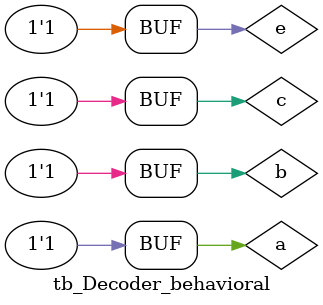
<source format=v>
`timescale 1ns / 1ps


module tb_Decoder_behavioral;
    reg e;
    reg a;
    reg b;
    reg c;
    wire d0;
    wire d1;
    wire d2;
    wire d3;
    wire d4;
    wire d5;
    wire d6;
    wire d7;
    Decoder_behavioral uut(
        .e(e),
        .a(a),
        .b(b),
        .c(c),
        .d0(d0),
        .d1(d1),
        .d2(d2),
        .d3(d3),
        .d4(d4),
        .d5(d5),
        .d6(d6),
        .d7(d7)
        );
       
     initial begin
     e=0;
     a=0;
     b=0;
     c=0;
     
     #50;
     e=0;
     a=0;
     b=0;
     c=0;
     $display ("TC01 ");
     if(d0!=1'b0) $display ("Result is wrong");
     
     e=0;
     a=0;
     b=0;
     c=1;
     #50;
     $display ("TC02 ");
     if(d1!=1'b0) $display ("Result is wrong");
     
     e=0;
     a=0;
     b=1;
     c=0;
     #50;
     $display ("TC03 ");
     if(d2!=1'b0) $display ("Result is wrong");
     
     e=0;
     a=0;
     b=1;
     c=1;
     #50;
     $display ("TC04 ");
     if(d3!=1'b0) $display ("Result is wrong");
     
     e=0;
     a=1;
     b=0;
     c=0;
     #50;
     $display ("TC05 ");
     if(d4!=1'b0) $display ("Result is wrong");
     
     e=0;
     a=1;
     b=0;
     c=1;
     #50;
     $display ("TC06 ");
     if(d5!=1'b0) $display ("Result is wrong");
     
     e=0;
     a=1;
     b=1;
     c=0;
     #50;
     $display ("TC07 ");
     if(d6!=1'b0) $display ("Result is wrong");
     
     e=0;
     a=1;
     b=1;
     c=1;
     #50;
     $display ("TC08 ");
     if(d7!=1'b0) $display ("Result is wrong");
     
     e=1;
     a=0;
     b=0;
     c=0;
     #50;
     $display ("TC11 ");
     if(d0!=1'b1) $display ("Result is wrong");
     
     e=1;
     a=0;
     b=0;
     c=1;
     #50;
     $display ("TC12 ");
     if(d1!=1'b1) $display ("Result is wrong");
     
     e=1;
     a=0;
     b=1;
     c=0;
     #50;
     $display ("TC13 ");
     if(d2!=1'b1) $display ("Result is wrong");
     
     e=1;
     a=0;
     b=1;
     c=1;
     #50;
     $display ("TC14 ");
     if(d3!=1'b1) $display ("Result is wrong");
     
     e=1;
     a=1;
     b=0;
     c=0;
     #50;
     $display ("TC15 ");
     if(d5!=1'b1) $display ("Result is wrong");
     
     e=1;
     a=1;
     b=0;
     c=1;
     #50;
     $display ("TC16");
     if(d5!=1'b1) $display ("Result is wrong");
     
     e=1;
     a=1;
     b=1;
     c=0;
     #50;
     $display ("TC17 ");
     if(d6!=1'b1) $display ("Result is wrong");
     
     e=1;
     a=1;
     b=1;
     c=1;
     #50;
     $display ("TC18 ");
     if(d7!=1'b1) $display ("Result is wrong");
     
     end
endmodule

</source>
